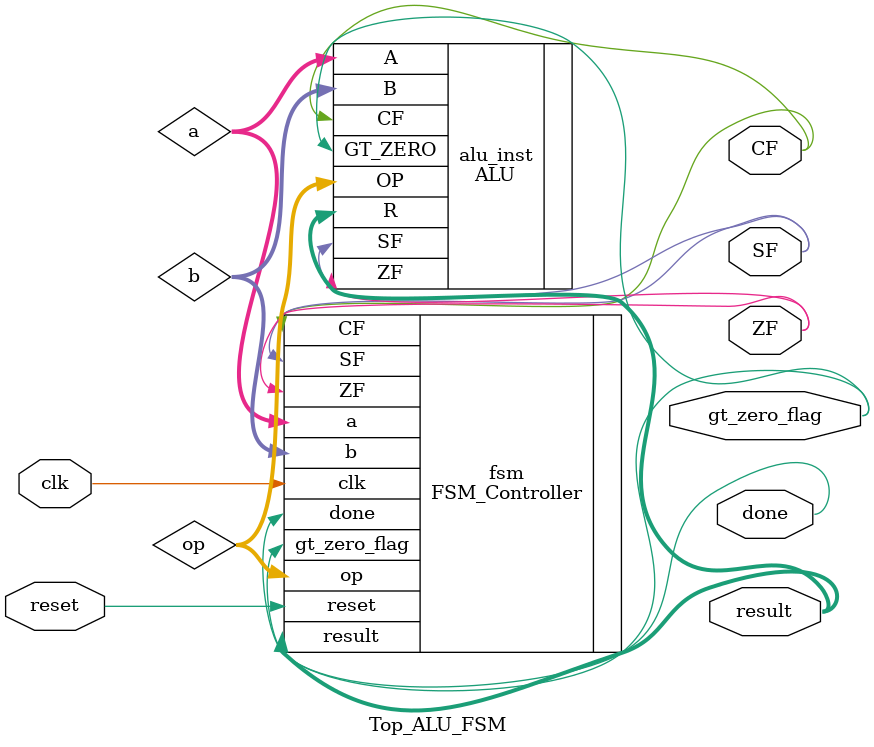
<source format=v>
module Top_ALU_FSM (
    input wire clk, reset,
    output wire [5:0] result,
    output wire gt_zero_flag, // Flag indicating result > 0 or non-zero
    output wire SF,           // Sign Flag
    output wire CF,           // Carry Flag
    output wire ZF,           // Zero Flag
    output wire done
);
    // Internal wires for connecting FSM and ALU
    wire [5:0] a, b;
    wire [1:0] op;

    // Instantiate FSM_Controller
    FSM_Controller fsm (
        .clk(clk),
        .reset(reset),
        .result(result),           // Input from ALU
        .gt_zero_flag(gt_zero_flag), // Input from ALU
        .SF(SF),                   // Input from ALU
        .CF(CF),                   // Input from ALU
        .ZF(ZF),                   // Input from ALU
        .a(a),                     // Output to ALU
        .b(b),                     // Output to ALU
        .op(op),                   // Output to ALU
        .done(done)                // Output to top-level
    );

    // Instantiate ALU
    ALU alu_inst (
        .A(a),                     // From FSM
        .B(b),                     // From FSM
        .OP(op),                   // From FSM
        .R(result),                // To FSM and top-level output
        .GT_ZERO(gt_zero_flag),    // To FSM and top-level output
        .SF(SF),                   // To FSM and top-level output
        .CF(CF),                   // To FSM and top-level output
        .ZF(ZF)                    // To FSM and top-level output
    );

endmodule

</source>
